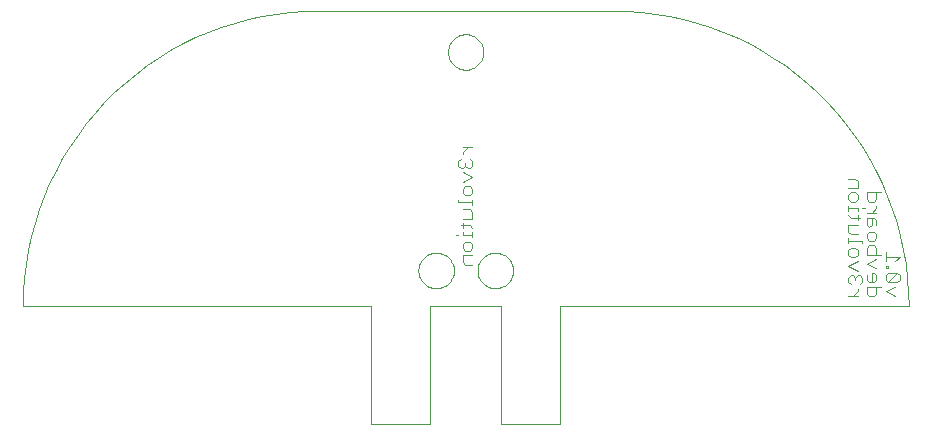
<source format=gbo>
G75*
G70*
%OFA0B0*%
%FSLAX24Y24*%
%IPPOS*%
%LPD*%
%AMOC8*
5,1,8,0,0,1.08239X$1,22.5*
%
%ADD10C,0.0039*%
%ADD11C,0.0000*%
%ADD12C,0.0040*%
D10*
X000121Y004058D02*
X011735Y004058D01*
X011735Y000121D01*
X013704Y000121D01*
X013704Y004058D01*
X016066Y004058D01*
X016066Y000121D01*
X018034Y000121D01*
X018034Y004058D01*
X029649Y004058D01*
X029638Y004526D01*
X029604Y004994D01*
X029549Y005459D01*
X029471Y005921D01*
X029372Y006379D01*
X029250Y006831D01*
X029108Y007277D01*
X028944Y007716D01*
X028760Y008147D01*
X028555Y008568D01*
X028330Y008979D01*
X028086Y009380D01*
X027824Y009768D01*
X027543Y010143D01*
X027245Y010504D01*
X026930Y010850D01*
X026598Y011182D01*
X026252Y011497D01*
X025891Y011795D01*
X025516Y012076D01*
X025128Y012338D01*
X024727Y012582D01*
X024316Y012807D01*
X023895Y013012D01*
X023464Y013196D01*
X023025Y013360D01*
X022579Y013502D01*
X022127Y013624D01*
X021669Y013723D01*
X021207Y013801D01*
X020742Y013856D01*
X020274Y013890D01*
X019806Y013901D01*
X019806Y013900D02*
X009963Y013900D01*
X013309Y005239D02*
X013311Y005287D01*
X013317Y005335D01*
X013327Y005382D01*
X013340Y005428D01*
X013358Y005473D01*
X013378Y005517D01*
X013403Y005559D01*
X013431Y005598D01*
X013461Y005635D01*
X013495Y005669D01*
X013532Y005701D01*
X013570Y005730D01*
X013611Y005755D01*
X013654Y005777D01*
X013699Y005795D01*
X013745Y005809D01*
X013792Y005820D01*
X013840Y005827D01*
X013888Y005830D01*
X013936Y005829D01*
X013984Y005824D01*
X014032Y005815D01*
X014078Y005803D01*
X014123Y005786D01*
X014167Y005766D01*
X014209Y005743D01*
X014249Y005716D01*
X014287Y005686D01*
X014322Y005653D01*
X014354Y005617D01*
X014384Y005579D01*
X014410Y005538D01*
X014432Y005495D01*
X014452Y005451D01*
X014467Y005406D01*
X014479Y005359D01*
X014487Y005311D01*
X014491Y005263D01*
X014491Y005215D01*
X014487Y005167D01*
X014479Y005119D01*
X014467Y005072D01*
X014452Y005027D01*
X014432Y004983D01*
X014410Y004940D01*
X014384Y004899D01*
X014354Y004861D01*
X014322Y004825D01*
X014287Y004792D01*
X014249Y004762D01*
X014209Y004735D01*
X014167Y004712D01*
X014123Y004692D01*
X014078Y004675D01*
X014032Y004663D01*
X013984Y004654D01*
X013936Y004649D01*
X013888Y004648D01*
X013840Y004651D01*
X013792Y004658D01*
X013745Y004669D01*
X013699Y004683D01*
X013654Y004701D01*
X013611Y004723D01*
X013570Y004748D01*
X013532Y004777D01*
X013495Y004809D01*
X013461Y004843D01*
X013431Y004880D01*
X013403Y004919D01*
X013378Y004961D01*
X013358Y005005D01*
X013340Y005050D01*
X013327Y005096D01*
X013317Y005143D01*
X013311Y005191D01*
X013309Y005239D01*
X015278Y005239D02*
X015280Y005287D01*
X015286Y005335D01*
X015296Y005382D01*
X015309Y005428D01*
X015327Y005473D01*
X015347Y005517D01*
X015372Y005559D01*
X015400Y005598D01*
X015430Y005635D01*
X015464Y005669D01*
X015501Y005701D01*
X015539Y005730D01*
X015580Y005755D01*
X015623Y005777D01*
X015668Y005795D01*
X015714Y005809D01*
X015761Y005820D01*
X015809Y005827D01*
X015857Y005830D01*
X015905Y005829D01*
X015953Y005824D01*
X016001Y005815D01*
X016047Y005803D01*
X016092Y005786D01*
X016136Y005766D01*
X016178Y005743D01*
X016218Y005716D01*
X016256Y005686D01*
X016291Y005653D01*
X016323Y005617D01*
X016353Y005579D01*
X016379Y005538D01*
X016401Y005495D01*
X016421Y005451D01*
X016436Y005406D01*
X016448Y005359D01*
X016456Y005311D01*
X016460Y005263D01*
X016460Y005215D01*
X016456Y005167D01*
X016448Y005119D01*
X016436Y005072D01*
X016421Y005027D01*
X016401Y004983D01*
X016379Y004940D01*
X016353Y004899D01*
X016323Y004861D01*
X016291Y004825D01*
X016256Y004792D01*
X016218Y004762D01*
X016178Y004735D01*
X016136Y004712D01*
X016092Y004692D01*
X016047Y004675D01*
X016001Y004663D01*
X015953Y004654D01*
X015905Y004649D01*
X015857Y004648D01*
X015809Y004651D01*
X015761Y004658D01*
X015714Y004669D01*
X015668Y004683D01*
X015623Y004701D01*
X015580Y004723D01*
X015539Y004748D01*
X015501Y004777D01*
X015464Y004809D01*
X015430Y004843D01*
X015400Y004880D01*
X015372Y004919D01*
X015347Y004961D01*
X015327Y005005D01*
X015309Y005050D01*
X015296Y005096D01*
X015286Y005143D01*
X015280Y005191D01*
X015278Y005239D01*
X009963Y013901D02*
X009495Y013890D01*
X009027Y013856D01*
X008562Y013801D01*
X008100Y013723D01*
X007642Y013624D01*
X007190Y013502D01*
X006744Y013360D01*
X006305Y013196D01*
X005874Y013012D01*
X005453Y012807D01*
X005041Y012582D01*
X004641Y012338D01*
X004253Y012076D01*
X003878Y011795D01*
X003517Y011497D01*
X003171Y011182D01*
X002839Y010850D01*
X002524Y010504D01*
X002226Y010143D01*
X001945Y009768D01*
X001683Y009380D01*
X001439Y008980D01*
X001214Y008568D01*
X001009Y008147D01*
X000825Y007716D01*
X000661Y007277D01*
X000519Y006831D01*
X000397Y006379D01*
X000298Y005921D01*
X000220Y005459D01*
X000165Y004994D01*
X000131Y004526D01*
X000120Y004058D01*
D11*
X013309Y005239D02*
X013311Y005287D01*
X013317Y005335D01*
X013327Y005382D01*
X013340Y005428D01*
X013358Y005473D01*
X013378Y005517D01*
X013403Y005559D01*
X013431Y005598D01*
X013461Y005635D01*
X013495Y005669D01*
X013532Y005701D01*
X013570Y005730D01*
X013611Y005755D01*
X013654Y005777D01*
X013699Y005795D01*
X013745Y005809D01*
X013792Y005820D01*
X013840Y005827D01*
X013888Y005830D01*
X013936Y005829D01*
X013984Y005824D01*
X014032Y005815D01*
X014078Y005803D01*
X014123Y005786D01*
X014167Y005766D01*
X014209Y005743D01*
X014249Y005716D01*
X014287Y005686D01*
X014322Y005653D01*
X014354Y005617D01*
X014384Y005579D01*
X014410Y005538D01*
X014432Y005495D01*
X014452Y005451D01*
X014467Y005406D01*
X014479Y005359D01*
X014487Y005311D01*
X014491Y005263D01*
X014491Y005215D01*
X014487Y005167D01*
X014479Y005119D01*
X014467Y005072D01*
X014452Y005027D01*
X014432Y004983D01*
X014410Y004940D01*
X014384Y004899D01*
X014354Y004861D01*
X014322Y004825D01*
X014287Y004792D01*
X014249Y004762D01*
X014209Y004735D01*
X014167Y004712D01*
X014123Y004692D01*
X014078Y004675D01*
X014032Y004663D01*
X013984Y004654D01*
X013936Y004649D01*
X013888Y004648D01*
X013840Y004651D01*
X013792Y004658D01*
X013745Y004669D01*
X013699Y004683D01*
X013654Y004701D01*
X013611Y004723D01*
X013570Y004748D01*
X013532Y004777D01*
X013495Y004809D01*
X013461Y004843D01*
X013431Y004880D01*
X013403Y004919D01*
X013378Y004961D01*
X013358Y005005D01*
X013340Y005050D01*
X013327Y005096D01*
X013317Y005143D01*
X013311Y005191D01*
X013309Y005239D01*
X015278Y005239D02*
X015280Y005287D01*
X015286Y005335D01*
X015296Y005382D01*
X015309Y005428D01*
X015327Y005473D01*
X015347Y005517D01*
X015372Y005559D01*
X015400Y005598D01*
X015430Y005635D01*
X015464Y005669D01*
X015501Y005701D01*
X015539Y005730D01*
X015580Y005755D01*
X015623Y005777D01*
X015668Y005795D01*
X015714Y005809D01*
X015761Y005820D01*
X015809Y005827D01*
X015857Y005830D01*
X015905Y005829D01*
X015953Y005824D01*
X016001Y005815D01*
X016047Y005803D01*
X016092Y005786D01*
X016136Y005766D01*
X016178Y005743D01*
X016218Y005716D01*
X016256Y005686D01*
X016291Y005653D01*
X016323Y005617D01*
X016353Y005579D01*
X016379Y005538D01*
X016401Y005495D01*
X016421Y005451D01*
X016436Y005406D01*
X016448Y005359D01*
X016456Y005311D01*
X016460Y005263D01*
X016460Y005215D01*
X016456Y005167D01*
X016448Y005119D01*
X016436Y005072D01*
X016421Y005027D01*
X016401Y004983D01*
X016379Y004940D01*
X016353Y004899D01*
X016323Y004861D01*
X016291Y004825D01*
X016256Y004792D01*
X016218Y004762D01*
X016178Y004735D01*
X016136Y004712D01*
X016092Y004692D01*
X016047Y004675D01*
X016001Y004663D01*
X015953Y004654D01*
X015905Y004649D01*
X015857Y004648D01*
X015809Y004651D01*
X015761Y004658D01*
X015714Y004669D01*
X015668Y004683D01*
X015623Y004701D01*
X015580Y004723D01*
X015539Y004748D01*
X015501Y004777D01*
X015464Y004809D01*
X015430Y004843D01*
X015400Y004880D01*
X015372Y004919D01*
X015347Y004961D01*
X015327Y005005D01*
X015309Y005050D01*
X015296Y005096D01*
X015286Y005143D01*
X015280Y005191D01*
X015278Y005239D01*
X014294Y012523D02*
X014296Y012571D01*
X014302Y012619D01*
X014312Y012666D01*
X014325Y012712D01*
X014343Y012757D01*
X014363Y012801D01*
X014388Y012843D01*
X014416Y012882D01*
X014446Y012919D01*
X014480Y012953D01*
X014517Y012985D01*
X014555Y013014D01*
X014596Y013039D01*
X014639Y013061D01*
X014684Y013079D01*
X014730Y013093D01*
X014777Y013104D01*
X014825Y013111D01*
X014873Y013114D01*
X014921Y013113D01*
X014969Y013108D01*
X015017Y013099D01*
X015063Y013087D01*
X015108Y013070D01*
X015152Y013050D01*
X015194Y013027D01*
X015234Y013000D01*
X015272Y012970D01*
X015307Y012937D01*
X015339Y012901D01*
X015369Y012863D01*
X015395Y012822D01*
X015417Y012779D01*
X015437Y012735D01*
X015452Y012690D01*
X015464Y012643D01*
X015472Y012595D01*
X015476Y012547D01*
X015476Y012499D01*
X015472Y012451D01*
X015464Y012403D01*
X015452Y012356D01*
X015437Y012311D01*
X015417Y012267D01*
X015395Y012224D01*
X015369Y012183D01*
X015339Y012145D01*
X015307Y012109D01*
X015272Y012076D01*
X015234Y012046D01*
X015194Y012019D01*
X015152Y011996D01*
X015108Y011976D01*
X015063Y011959D01*
X015017Y011947D01*
X014969Y011938D01*
X014921Y011933D01*
X014873Y011932D01*
X014825Y011935D01*
X014777Y011942D01*
X014730Y011953D01*
X014684Y011967D01*
X014639Y011985D01*
X014596Y012007D01*
X014555Y012032D01*
X014517Y012061D01*
X014480Y012093D01*
X014446Y012127D01*
X014416Y012164D01*
X014388Y012203D01*
X014363Y012245D01*
X014343Y012289D01*
X014325Y012334D01*
X014312Y012380D01*
X014302Y012427D01*
X014296Y012475D01*
X014294Y012523D01*
D12*
X014794Y009351D02*
X015101Y009351D01*
X014948Y009351D02*
X014794Y009198D01*
X014794Y009121D01*
X014717Y008967D02*
X014641Y008891D01*
X014641Y008737D01*
X014717Y008660D01*
X014794Y008660D01*
X014871Y008737D01*
X014948Y008660D01*
X015024Y008660D01*
X015101Y008737D01*
X015101Y008891D01*
X015024Y008967D01*
X014871Y008814D02*
X014871Y008737D01*
X014794Y008507D02*
X015101Y008354D01*
X014794Y008200D01*
X014871Y008047D02*
X015024Y008047D01*
X015101Y007970D01*
X015101Y007816D01*
X015024Y007740D01*
X014871Y007740D01*
X014794Y007816D01*
X014794Y007970D01*
X014871Y008047D01*
X015101Y007586D02*
X015101Y007433D01*
X015101Y007510D02*
X014641Y007510D01*
X014641Y007586D01*
X014794Y007279D02*
X015024Y007279D01*
X015101Y007203D01*
X015101Y006972D01*
X014794Y006972D01*
X014794Y006819D02*
X014794Y006666D01*
X014717Y006742D02*
X015024Y006742D01*
X015101Y006666D01*
X015101Y006512D02*
X015101Y006359D01*
X015101Y006435D02*
X014794Y006435D01*
X014794Y006512D01*
X014641Y006435D02*
X014564Y006435D01*
X014794Y006129D02*
X014871Y006205D01*
X015024Y006205D01*
X015101Y006129D01*
X015101Y005975D01*
X015024Y005898D01*
X014871Y005898D01*
X014794Y005975D01*
X014794Y006129D01*
X014794Y005745D02*
X014794Y005515D01*
X014871Y005438D01*
X015101Y005438D01*
X015101Y005745D02*
X014794Y005745D01*
X027641Y005772D02*
X027718Y005695D01*
X027871Y005695D01*
X027948Y005772D01*
X027948Y005925D01*
X027871Y006002D01*
X027718Y006002D01*
X027641Y005925D01*
X027641Y005772D01*
X027948Y005542D02*
X027641Y005388D01*
X027948Y005235D01*
X027948Y005081D02*
X027871Y005005D01*
X027794Y005081D01*
X027718Y005081D01*
X027641Y005005D01*
X027641Y004851D01*
X027718Y004775D01*
X027948Y004621D02*
X027948Y004544D01*
X027794Y004391D01*
X027641Y004391D02*
X027948Y004391D01*
X028266Y004468D02*
X028343Y004391D01*
X028496Y004391D01*
X028573Y004468D01*
X028573Y004698D01*
X028726Y004698D02*
X028266Y004698D01*
X028266Y004468D01*
X028025Y004775D02*
X028101Y004851D01*
X028101Y005005D01*
X028025Y005081D01*
X027948Y005081D01*
X027871Y005005D02*
X027871Y004928D01*
X028266Y004928D02*
X028266Y005081D01*
X028266Y004928D02*
X028343Y004851D01*
X028496Y004851D01*
X028573Y004928D01*
X028573Y005081D01*
X028496Y005158D01*
X028419Y005158D01*
X028419Y004851D01*
X028891Y004928D02*
X028891Y005081D01*
X028968Y005158D01*
X029275Y005158D01*
X028968Y004851D01*
X028891Y004928D01*
X028968Y004851D02*
X029275Y004851D01*
X029351Y004928D01*
X029351Y005081D01*
X029275Y005158D01*
X028968Y005312D02*
X028968Y005388D01*
X028891Y005388D01*
X028891Y005312D01*
X028968Y005312D01*
X028891Y005542D02*
X028891Y005849D01*
X028891Y005695D02*
X029351Y005695D01*
X029198Y005542D01*
X028726Y005772D02*
X028266Y005772D01*
X028266Y006002D01*
X028343Y006079D01*
X028496Y006079D01*
X028573Y006002D01*
X028573Y005772D01*
X028573Y005619D02*
X028266Y005465D01*
X028573Y005312D01*
X028891Y004544D02*
X029198Y004698D01*
X029198Y004391D02*
X028891Y004544D01*
X028101Y006156D02*
X028101Y006232D01*
X027641Y006232D01*
X027641Y006156D02*
X027641Y006309D01*
X027718Y006463D02*
X027641Y006539D01*
X027641Y006769D01*
X027948Y006769D01*
X027948Y006923D02*
X027948Y007076D01*
X028025Y007000D02*
X027718Y007000D01*
X027641Y007076D01*
X027641Y007230D02*
X027641Y007383D01*
X027641Y007306D02*
X027948Y007306D01*
X027948Y007230D01*
X028101Y007306D02*
X028178Y007306D01*
X028266Y007153D02*
X028573Y007153D01*
X028573Y007306D02*
X028419Y007153D01*
X028419Y007000D02*
X028419Y006769D01*
X028343Y006693D01*
X028266Y006769D01*
X028266Y007000D01*
X028496Y007000D01*
X028573Y006923D01*
X028573Y006769D01*
X028496Y006539D02*
X028573Y006463D01*
X028573Y006309D01*
X028496Y006232D01*
X028343Y006232D01*
X028266Y006309D01*
X028266Y006463D01*
X028343Y006539D01*
X028496Y006539D01*
X027948Y006463D02*
X027718Y006463D01*
X028573Y007306D02*
X028573Y007383D01*
X028496Y007537D02*
X028573Y007613D01*
X028573Y007844D01*
X028726Y007844D02*
X028266Y007844D01*
X028266Y007613D01*
X028343Y007537D01*
X028496Y007537D01*
X027948Y007613D02*
X027948Y007767D01*
X027871Y007844D01*
X027718Y007844D01*
X027641Y007767D01*
X027641Y007613D01*
X027718Y007537D01*
X027871Y007537D01*
X027948Y007613D01*
X027948Y007997D02*
X027641Y007997D01*
X027948Y007997D02*
X027948Y008227D01*
X027871Y008304D01*
X027641Y008304D01*
M02*

</source>
